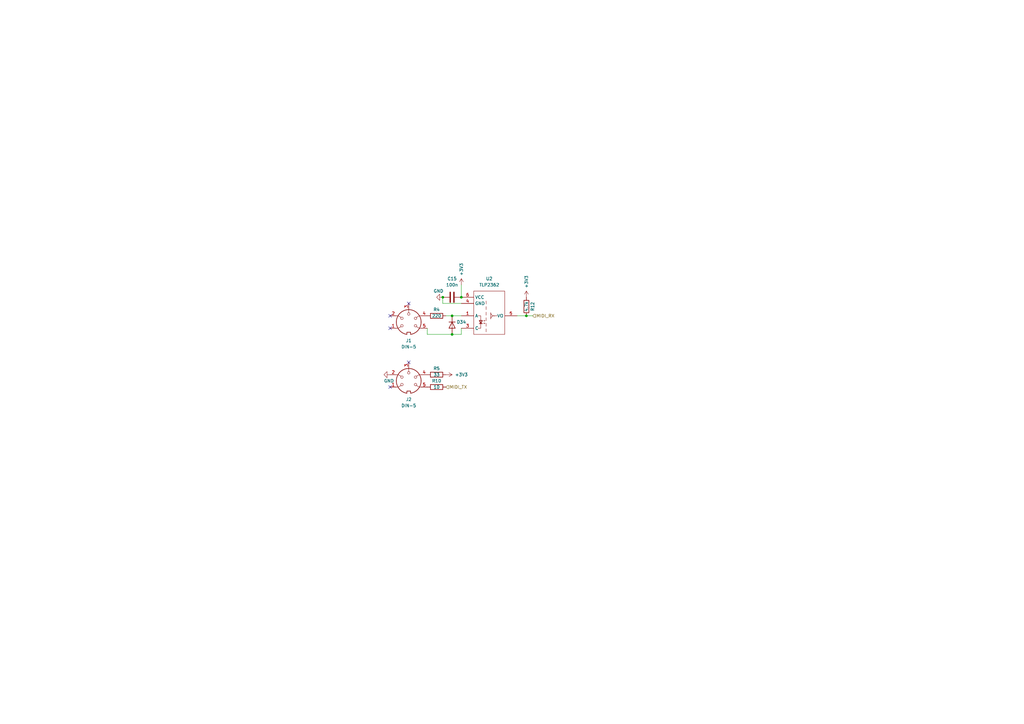
<source format=kicad_sch>
(kicad_sch (version 20211123) (generator eeschema)
  (paper "A3")
  (title_block (title "OpenDeck v2"))
  (lib_symbols
    (symbol "Connector:DIN-5" (pin_names (offset 1.016))
      (property "Reference" "J2" (at 0.0001 -7.62 0))
      (property "Value" "DIN-5" (at 0.0001 -10.16 0))
      (symbol "DIN-5_0_1"
        (arc (start -5.08 0) (mid -3.8609 -3.3364) (end -0.762 -5.08) (stroke (width 0.254)))
        (circle (center -2.794 -1.524) (radius 0.508))
        (circle (center -2.794 1.524) (radius 0.508))
        (polyline (pts (xy 0 5.08) (xy 0 3.81)))
        (polyline (pts (xy -5.08 -2.54) (xy -4.318 -2.54) (xy -3.175 -1.905)))
        (polyline (pts (xy -5.08 2.54) (xy -4.318 2.54) (xy -3.175 1.905)))
        (polyline (pts (xy 5.08 -2.54) (xy 4.318 -2.54) (xy 3.175 -1.905)))
        (polyline (pts (xy 5.08 2.54) (xy 4.318 2.54) (xy 3.175 1.905)))
        (polyline (pts (xy -0.762 -4.953) (xy -0.762 -4.191) (xy 0.762 -4.191) (xy 0.762 -4.953)) (stroke (width 0.254)))
        (circle (center 0 3.302) (radius 0.508))
        (arc (start 0.762 -5.08) (mid 3.8685 -3.343) (end 5.08 0) (stroke (width 0.254)))
        (circle (center 2.794 -1.524) (radius 0.508))
        (circle (center 2.794 1.524) (radius 0.508))
        (arc (start 5.08 0) (mid 0 5.08) (end -5.08 0) (stroke (width 0.254)))
      )
      (symbol "DIN-5_1_1"
        (pin passive line (at -7.62 -2.54 0) (length 2.54) (name "~") (number "1"))
        (pin passive line (at -7.62 2.54 0) (length 2.54) (name "~") (number "2"))
        (pin passive line (at 0 7.62 270) (length 2.54) (name "~") (number "3"))
        (pin passive line (at 7.62 2.54 180) (length 2.54) (name "~") (number "4"))
        (pin passive line (at 7.62 -2.54 180) (length 2.54) (name "~") (number "5"))
        (pin no_connect line (at 12.7 15.24 180) (length 2.54) hide (name "") (number "6"))
        (pin no_connect line (at 12.7 12.7 180) (length 2.54) hide (name "") (number "7"))
        (pin no_connect line (at 12.7 10.16 180) (length 2.54) hide (name "") (number "8"))
        (pin no_connect line (at 12.7 7.62 180) (length 2.54) hide (name "") (number "9"))
      )
    )
    (symbol "DIN-5_1" (pin_names (offset 1.016))
      (property "Reference" "J1" (at 0.0001 -7.62 0))
      (property "Value" "DIN-5" (at 0.0001 -10.16 0))
      (symbol "DIN-5_1_0_1"
        (arc (start -5.08 0) (mid -3.8609 -3.3364) (end -0.762 -5.08) (stroke (width 0.254)))
        (circle (center -2.794 -1.524) (radius 0.508))
        (circle (center -2.794 1.524) (radius 0.508))
        (polyline (pts (xy 0 5.08) (xy 0 3.81)))
        (polyline (pts (xy -5.08 -2.54) (xy -4.318 -2.54) (xy -3.175 -1.905)))
        (polyline (pts (xy -5.08 2.54) (xy -4.318 2.54) (xy -3.175 1.905)))
        (polyline (pts (xy 5.08 -2.54) (xy 4.318 -2.54) (xy 3.175 -1.905)))
        (polyline (pts (xy 5.08 2.54) (xy 4.318 2.54) (xy 3.175 1.905)))
        (polyline (pts (xy -0.762 -4.953) (xy -0.762 -4.191) (xy 0.762 -4.191) (xy 0.762 -4.953)) (stroke (width 0.254)))
        (circle (center 0 3.302) (radius 0.508))
        (arc (start 0.762 -5.08) (mid 3.8685 -3.343) (end 5.08 0) (stroke (width 0.254)))
        (circle (center 2.794 -1.524) (radius 0.508))
        (circle (center 2.794 1.524) (radius 0.508))
        (arc (start 5.08 0) (mid 0 5.08) (end -5.08 0) (stroke (width 0.254)))
      )
      (symbol "DIN-5_1_1_1"
        (pin passive line (at -7.62 -2.54 0) (length 2.54) (name "~") (number "1"))
        (pin passive line (at -7.62 2.54 0) (length 2.54) (name "~") (number "2"))
        (pin passive line (at 0 7.62 270) (length 2.54) (name "~") (number "3"))
        (pin passive line (at 7.62 2.54 180) (length 2.54) (name "~") (number "4"))
        (pin passive line (at 7.62 -2.54 180) (length 2.54) (name "~") (number "5"))
        (pin no_connect line (at 10.16 20.32 180) (length 2.54) hide (name "") (number "6"))
        (pin no_connect line (at 10.16 17.78 180) (length 2.54) hide (name "") (number "7"))
        (pin no_connect line (at 10.16 15.24 180) (length 2.54) hide (name "") (number "8"))
        (pin no_connect line (at 10.16 12.7 180) (length 2.54) hide (name "") (number "9"))
      )
    )
    (symbol "Device:C" (pin_numbers hide) (pin_names (offset 0.254))
      (property "Reference" "C" (at 0.635 2.54 0))
      (property "Value" "C" (at 0.635 -2.54 0))
      (symbol "C_0_1"
        (polyline (pts (xy -2.032 -0.762) (xy 2.032 -0.762)) (stroke (width 0.508)))
        (polyline (pts (xy -2.032 0.762) (xy 2.032 0.762)) (stroke (width 0.508)))
      )
      (symbol "C_1_1"
        (pin passive line (at 0 3.81 270) (length 2.794) (name "~") (number "1"))
        (pin passive line (at 0 -3.81 90) (length 2.794) (name "~") (number "2"))
      )
    )
    (symbol "Device:R" (pin_numbers hide) (pin_names (offset 0))
      (property "Reference" "R" (at 2.032 0 90))
      (property "Value" "R" (at 0 0 90))
      (symbol "R_0_1"
        (rectangle (start -1.016 -2.54) (end 1.016 2.54) (stroke (width 0.254)))
      )
      (symbol "R_1_1"
        (pin passive line (at 0 3.81 270) (length 1.27) (name "~") (number "1"))
        (pin passive line (at 0 -3.81 90) (length 1.27) (name "~") (number "2"))
      )
    )
    (symbol "Diode:1N4148WT" (pin_numbers hide) (pin_names (offset 1.016) hide)
      (property "Reference" "D" (at 0 2.54 0))
      (property "Value" "1N4148WT" (at 0 -2.54 0))
      (symbol "1N4148WT_0_1"
        (polyline (pts (xy -1.27 1.27) (xy -1.27 -1.27)) (stroke (width 0.254)))
        (polyline (pts (xy 1.27 0) (xy -1.27 0)))
        (polyline (pts (xy 1.27 1.27) (xy 1.27 -1.27) (xy -1.27 0) (xy 1.27 1.27)) (stroke (width 0.254)))
      )
      (symbol "1N4148WT_1_1"
        (pin passive line (at -3.81 0 0) (length 2.54) (name "K") (number "1"))
        (pin passive line (at 3.81 0 180) (length 2.54) (name "A") (number "2"))
      )
    )
    (symbol "Igor:TLP2362"
      (property "Reference" "U?" (at 6.35 21.59 0))
      (property "Value" "TLP2362" (at 6.35 19.05 0))
      (symbol "TLP2362_0_1"
        (polyline (pts (xy 6.985 8.89) (xy 6.985 6.35)))
        (polyline (pts (xy 9.652 7.62) (xy 8.7376 7.62)))
        (polyline (pts (xy 1.7526 2.54) (xy 2.8956 2.54) (xy 2.8956 7.62) (xy 1.7526 7.62)))
        (arc (start 6.985 8.89) (mid 6.087 6.722) (end 8.255 7.62))
        (arc (start 8.255 7.62) (mid 6.087 8.518) (end 6.985 6.35))
        (circle (center 8.509 7.62) (radius 0.1796) (stroke (width 0.05)))
      )
      (symbol "TLP2362_1_1"
        (polyline (pts (xy 2.2606 4.445) (xy 3.5306 4.445)) (stroke (width 0.254)))
        (polyline (pts (xy 5.0546 2.286) (xy 5.0546 1.016)))
        (polyline (pts (xy 5.0546 4.572) (xy 5.0546 3.302)))
        (polyline (pts (xy 5.0546 6.858) (xy 5.0546 5.588)))
        (polyline (pts (xy 5.0546 9.144) (xy 5.0546 7.874)))
        (polyline (pts (xy 5.0546 11.43) (xy 5.0546 10.16)))
        (polyline (pts (xy 5.0546 13.716) (xy 5.0546 12.446)))
        (polyline (pts (xy 2.8956 4.445) (xy 2.2606 5.715) (xy 3.5306 5.715) (xy 2.8956 4.445)) (stroke (width 0.254)))
        (polyline (pts (xy 3.9116 4.572) (xy 4.6736 4.572) (xy 4.2926 4.445) (xy 4.2926 4.699) (xy 4.6736 4.572)) (stroke (width 0.127)))
        (polyline (pts (xy 3.9116 5.588) (xy 4.6736 5.588) (xy 4.2926 5.461) (xy 4.2926 5.715) (xy 4.6736 5.588)) (stroke (width 0.127)))
        (rectangle (start 0 17.78) (end 12.7 0))
        (pin passive line (at -5.08 7.62 0) (length 5.08) (name "A") (number "1"))
        (pin passive line (at -5.08 2.54 0) (length 5.08) (name "C") (number "3"))
        (pin power_in line (at -5.08 12.7 0) (length 5.08) (name "GND") (number "4"))
        (pin open_collector line (at 17.78 7.62 180) (length 5.08) (name "VO") (number "5"))
        (pin power_in line (at -5.08 15.24 0) (length 5.08) (name "VCC") (number "6"))
      )
    )
    (symbol "power:+3.3V" (power) (pin_names (offset 0))
      (property "Value" "+3.3V" (at 0 3.556 0))
      (symbol "+3.3V_0_1"
        (polyline (pts (xy -0.762 1.27) (xy 0 2.54)))
        (polyline (pts (xy 0 0) (xy 0 2.54)))
        (polyline (pts (xy 0 2.54) (xy 0.762 1.27)))
      )
      (symbol "+3.3V_1_1"
        (pin power_in line (at 0 0 90) (length 0) hide (name "+3V3") (number "1"))
      )
    )
    (symbol "power:GND" (power) (pin_names (offset 0))
      (property "Value" "GND" (at 0 -3.81 0))
      (symbol "GND_0_1"
        (polyline (pts (xy 0 0) (xy 0 -1.27) (xy 1.27 -1.27) (xy 0 -2.54) (xy -1.27 -1.27) (xy 0 -1.27)))
      )
      (symbol "GND_1_1"
        (pin power_in line (at 0 0 270) (length 0) hide (name "GND") (number "1"))
      )
    )
  )
  (junction (at 185.42 129.54))
  (junction (at 189.23 121.92))
  (junction (at 181.61 121.92))
  (junction (at 185.42 137.16))
  (junction (at 215.9 129.54))
  (no_connect (at 160.02 134.62))
  (no_connect (at 167.64 124.46))
  (no_connect (at 160.02 129.54))
  (no_connect (at 160.02 158.75))
  (no_connect (at 167.64 148.59))
  (wire (pts (xy 189.23 116.84) (xy 189.23 121.92)))
  (wire (pts (xy 212.09 129.54) (xy 215.9 129.54)))
  (wire (pts (xy 182.88 129.54) (xy 185.42 129.54)))
  (wire (pts (xy 189.23 137.16) (xy 189.23 134.62)))
  (wire (pts (xy 215.9 129.54) (xy 218.44 129.54)))
  (wire (pts (xy 175.26 137.16) (xy 185.42 137.16)))
  (wire (pts (xy 185.42 137.16) (xy 189.23 137.16)))
  (wire (pts (xy 181.61 124.46) (xy 181.61 121.92)))
  (wire (pts (xy 175.26 137.16) (xy 175.26 134.62)))
  (wire (pts (xy 189.23 124.46) (xy 181.61 124.46)))
  (wire (pts (xy 185.42 129.54) (xy 189.23 129.54)))
  (hierarchical_label "MIDI_RX" (shape input) (at 218.44 129.54 0))
  (hierarchical_label "MIDI_TX" (shape input) (at 182.88 158.75 0))
  (symbol (lib_id "power:+3.3V") (at 189.23 116.84 0) (unit 1)
    (property "Reference" "#PWR0164" (effects hide))
    (property "Value" "+3.3V" (at 189.23 110.49 90))
  )
  (symbol (lib_id "power:+3.3V") (at 182.88 153.67 270) (unit 1)
    (property "Reference" "#PWR0170" (effects hide))
    (property "Value" "+3.3V" (at 189.23 153.67 90))
  )
  (symbol (lib_id "Connector:DIN-5") (at 167.64 132.08 0) (unit 1)
    (property "Reference" "J1" (at 167.6401 139.7 0))
    (property "Value" "DIN-5" (at 167.6401 142.24 0))
    (property "Footprint" "Igor:DIN5" (effects hide))
    (property "Datasheet" "http://www.mouser.com/ds/2/18/40_c091_abd_e-75918.pdf" (effects hide))
  )
  (symbol (lib_id "Igor:TLP2362") (at 194.31 137.16 0) (unit 1)
    (property "Reference" "U2" (at 200.66 114.3 0))
    (property "Value" "TLP2362" (at 200.66 116.84 0))
    (property "Footprint" "Package_SO:SO-5_4.4x3.6mm_P1.27mm" (effects hide))
    (property "LCSC" "C37658" (effects hide))
  )
  (symbol (lib_id "Device:C") (at 185.42 121.92 90) (unit 1)
    (property "Reference" "C15" (at 185.42 114.3 90))
    (property "Value" "100n" (at 185.42 116.84 90))
    (property "Footprint" "Capacitor_SMD:C_0402_1005Metric" (effects hide))
    (property "LCSC" "C1525" (effects hide))
  )
  (symbol (lib_id "Device:R") (at 179.07 153.67 90) (unit 1)
    (property "Reference" "R5" (at 179.07 151.13 90))
    (property "Value" "33" (at 179.07 153.67 90))
    (property "Footprint" "Resistor_SMD:R_0402_1005Metric" (effects hide))
    (property "LCSC" "C25105" (effects hide))
  )
  (symbol (lib_id "Device:R") (at 179.07 129.54 90) (unit 1)
    (property "Reference" "R4" (at 179.07 127 90))
    (property "Value" "220" (at 179.07 129.54 90))
    (property "Footprint" "Resistor_SMD:R_0402_1005Metric" (effects hide))
    (property "LCSC" "C25091" (effects hide))
  )
  (symbol (lib_id "Diode:1N4148WT") (at 185.42 133.35 270) (unit 1)
    (property "Reference" "D34" (at 189.23 132.08 90))
    (property "Value" "1N4148WT" (effects hide))
    (property "Footprint" "Diode_SMD:D_SOD-523" (effects hide))
    (property "Datasheet" "https://www.diodes.com/assets/Datasheets/ds30396.pdf" (effects hide))
    (property "LCSC" "C232841" (effects hide))
  )
  (symbol (lib_id "power:GND") (at 160.02 153.67 270) (mirror x) (unit 1)
    (property "Reference" "#PWR0131" (effects hide))
    (property "Value" "GND" (at 157.48 156.21 90) (effects (justify left)))
  )
  (symbol (lib_id "power:GND") (at 181.61 121.92 270) (unit 1)
    (property "Reference" "#PWR0132" (effects hide))
    (property "Value" "GND" (at 177.8 119.38 90) (effects (justify left)))
  )
  (symbol (lib_id "Device:R") (at 215.9 125.73 0) (unit 1)
    (property "Reference" "R12" (at 218.44 125.73 90))
    (property "Value" "4.7k" (at 215.9 125.73 90))
    (property "Footprint" "Resistor_SMD:R_0402_1005Metric" (effects hide))
    (property "LCSC" "C25900" (effects hide))
  )
  (symbol (lib_id "power:+3.3V") (at 215.9 121.92 0) (unit 1)
    (property "Reference" "#PWR0165" (effects hide))
    (property "Value" "+3.3V" (at 215.9 115.57 90))
  )
  (symbol (lib_id "Device:R") (at 179.07 158.75 90) (unit 1)
    (property "Reference" "R10" (at 179.07 156.21 90))
    (property "Value" "10" (at 179.07 158.75 90))
    (property "Footprint" "Resistor_SMD:R_0402_1005Metric" (effects hide))
    (property "LCSC" "C25077" (effects hide))
  )
  (symbol (lib_name "DIN-5_1") (lib_id "Connector:DIN-5") (at 167.64 156.21 0) (unit 1)
    (property "Reference" "J2" (at 167.6401 163.83 0))
    (property "Value" "DIN-5" (at 167.6401 166.37 0))
    (property "Footprint" "Igor:DIN5" (effects hide))
    (property "Datasheet" "http://www.mouser.com/ds/2/18/40_c091_abd_e-75918.pdf" (effects hide))
  )
)
</source>
